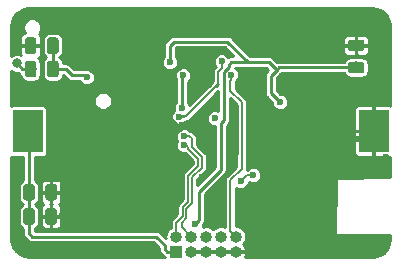
<source format=gbl>
G04 #@! TF.GenerationSoftware,KiCad,Pcbnew,5.0.2-bee76a0~70~ubuntu18.04.1*
G04 #@! TF.CreationDate,2020-01-17T08:49:31+02:00*
G04 #@! TF.ProjectId,nanoSense-Motion,4b656d65-742d-4424-9c45-2e6b69636164,rev?*
G04 #@! TF.SameCoordinates,Original*
G04 #@! TF.FileFunction,Copper,L2,Bot*
G04 #@! TF.FilePolarity,Positive*
%FSLAX46Y46*%
G04 Gerber Fmt 4.6, Leading zero omitted, Abs format (unit mm)*
G04 Created by KiCad (PCBNEW 5.0.2-bee76a0~70~ubuntu18.04.1) date Fri 17 Jan 2020 08:49:31 AM EET*
%MOMM*%
%LPD*%
G01*
G04 APERTURE LIST*
G04 #@! TA.AperFunction,ComponentPad*
%ADD10O,1.000000X1.000000*%
G04 #@! TD*
G04 #@! TA.AperFunction,ComponentPad*
%ADD11R,1.000000X1.000000*%
G04 #@! TD*
G04 #@! TA.AperFunction,SMDPad,CuDef*
%ADD12R,2.600000X3.600000*%
G04 #@! TD*
G04 #@! TA.AperFunction,Conductor*
%ADD13C,0.100000*%
G04 #@! TD*
G04 #@! TA.AperFunction,SMDPad,CuDef*
%ADD14C,0.975000*%
G04 #@! TD*
G04 #@! TA.AperFunction,ViaPad*
%ADD15C,0.600000*%
G04 #@! TD*
G04 #@! TA.AperFunction,ViaPad*
%ADD16C,0.800000*%
G04 #@! TD*
G04 #@! TA.AperFunction,Conductor*
%ADD17C,0.250000*%
G04 #@! TD*
G04 #@! TA.AperFunction,Conductor*
%ADD18C,0.160000*%
G04 #@! TD*
G04 APERTURE END LIST*
D10*
G04 #@! TO.P,J1,10*
G04 #@! TO.N,RESET*
X160040000Y-52510000D03*
G04 #@! TO.P,J1,9*
G04 #@! TO.N,GND*
X160040000Y-53780000D03*
G04 #@! TO.P,J1,8*
G04 #@! TO.N,Net-(J1-Pad8)*
X158770000Y-52510000D03*
G04 #@! TO.P,J1,7*
G04 #@! TO.N,GND*
X158770000Y-53780000D03*
G04 #@! TO.P,J1,6*
G04 #@! TO.N,Net-(J1-Pad6)*
X157500000Y-52510000D03*
G04 #@! TO.P,J1,5*
G04 #@! TO.N,GND*
X157500000Y-53780000D03*
G04 #@! TO.P,J1,4*
G04 #@! TO.N,SWCLK*
X156230000Y-52510000D03*
G04 #@! TO.P,J1,3*
G04 #@! TO.N,GND*
X156230000Y-53780000D03*
G04 #@! TO.P,J1,2*
G04 #@! TO.N,SWDIO*
X154960000Y-52510000D03*
D11*
G04 #@! TO.P,J1,1*
G04 #@! TO.N,+BATT*
X154960000Y-53780000D03*
G04 #@! TD*
D12*
G04 #@! TO.P,BT1,2*
G04 #@! TO.N,GND*
X171700000Y-43575000D03*
G04 #@! TO.P,BT1,1*
G04 #@! TO.N,+BATT*
X142400000Y-43575000D03*
G04 #@! TD*
D13*
G04 #@! TO.N,+BATT*
G04 #@! TO.C,C1*
G36*
X170700142Y-37701174D02*
X170723803Y-37704684D01*
X170747007Y-37710496D01*
X170769529Y-37718554D01*
X170791153Y-37728782D01*
X170811670Y-37741079D01*
X170830883Y-37755329D01*
X170848607Y-37771393D01*
X170864671Y-37789117D01*
X170878921Y-37808330D01*
X170891218Y-37828847D01*
X170901446Y-37850471D01*
X170909504Y-37872993D01*
X170915316Y-37896197D01*
X170918826Y-37919858D01*
X170920000Y-37943750D01*
X170920000Y-38431250D01*
X170918826Y-38455142D01*
X170915316Y-38478803D01*
X170909504Y-38502007D01*
X170901446Y-38524529D01*
X170891218Y-38546153D01*
X170878921Y-38566670D01*
X170864671Y-38585883D01*
X170848607Y-38603607D01*
X170830883Y-38619671D01*
X170811670Y-38633921D01*
X170791153Y-38646218D01*
X170769529Y-38656446D01*
X170747007Y-38664504D01*
X170723803Y-38670316D01*
X170700142Y-38673826D01*
X170676250Y-38675000D01*
X169763750Y-38675000D01*
X169739858Y-38673826D01*
X169716197Y-38670316D01*
X169692993Y-38664504D01*
X169670471Y-38656446D01*
X169648847Y-38646218D01*
X169628330Y-38633921D01*
X169609117Y-38619671D01*
X169591393Y-38603607D01*
X169575329Y-38585883D01*
X169561079Y-38566670D01*
X169548782Y-38546153D01*
X169538554Y-38524529D01*
X169530496Y-38502007D01*
X169524684Y-38478803D01*
X169521174Y-38455142D01*
X169520000Y-38431250D01*
X169520000Y-37943750D01*
X169521174Y-37919858D01*
X169524684Y-37896197D01*
X169530496Y-37872993D01*
X169538554Y-37850471D01*
X169548782Y-37828847D01*
X169561079Y-37808330D01*
X169575329Y-37789117D01*
X169591393Y-37771393D01*
X169609117Y-37755329D01*
X169628330Y-37741079D01*
X169648847Y-37728782D01*
X169670471Y-37718554D01*
X169692993Y-37710496D01*
X169716197Y-37704684D01*
X169739858Y-37701174D01*
X169763750Y-37700000D01*
X170676250Y-37700000D01*
X170700142Y-37701174D01*
X170700142Y-37701174D01*
G37*
D14*
G04 #@! TD*
G04 #@! TO.P,C1,1*
G04 #@! TO.N,+BATT*
X170220000Y-38187500D03*
D13*
G04 #@! TO.N,GND*
G04 #@! TO.C,C1*
G36*
X170700142Y-35826174D02*
X170723803Y-35829684D01*
X170747007Y-35835496D01*
X170769529Y-35843554D01*
X170791153Y-35853782D01*
X170811670Y-35866079D01*
X170830883Y-35880329D01*
X170848607Y-35896393D01*
X170864671Y-35914117D01*
X170878921Y-35933330D01*
X170891218Y-35953847D01*
X170901446Y-35975471D01*
X170909504Y-35997993D01*
X170915316Y-36021197D01*
X170918826Y-36044858D01*
X170920000Y-36068750D01*
X170920000Y-36556250D01*
X170918826Y-36580142D01*
X170915316Y-36603803D01*
X170909504Y-36627007D01*
X170901446Y-36649529D01*
X170891218Y-36671153D01*
X170878921Y-36691670D01*
X170864671Y-36710883D01*
X170848607Y-36728607D01*
X170830883Y-36744671D01*
X170811670Y-36758921D01*
X170791153Y-36771218D01*
X170769529Y-36781446D01*
X170747007Y-36789504D01*
X170723803Y-36795316D01*
X170700142Y-36798826D01*
X170676250Y-36800000D01*
X169763750Y-36800000D01*
X169739858Y-36798826D01*
X169716197Y-36795316D01*
X169692993Y-36789504D01*
X169670471Y-36781446D01*
X169648847Y-36771218D01*
X169628330Y-36758921D01*
X169609117Y-36744671D01*
X169591393Y-36728607D01*
X169575329Y-36710883D01*
X169561079Y-36691670D01*
X169548782Y-36671153D01*
X169538554Y-36649529D01*
X169530496Y-36627007D01*
X169524684Y-36603803D01*
X169521174Y-36580142D01*
X169520000Y-36556250D01*
X169520000Y-36068750D01*
X169521174Y-36044858D01*
X169524684Y-36021197D01*
X169530496Y-35997993D01*
X169538554Y-35975471D01*
X169548782Y-35953847D01*
X169561079Y-35933330D01*
X169575329Y-35914117D01*
X169591393Y-35896393D01*
X169609117Y-35880329D01*
X169628330Y-35866079D01*
X169648847Y-35853782D01*
X169670471Y-35843554D01*
X169692993Y-35835496D01*
X169716197Y-35829684D01*
X169739858Y-35826174D01*
X169763750Y-35825000D01*
X170676250Y-35825000D01*
X170700142Y-35826174D01*
X170700142Y-35826174D01*
G37*
D14*
G04 #@! TD*
G04 #@! TO.P,C1,2*
G04 #@! TO.N,GND*
X170220000Y-36312500D03*
D13*
G04 #@! TO.N,GND*
G04 #@! TO.C,C3*
G36*
X144655142Y-50101174D02*
X144678803Y-50104684D01*
X144702007Y-50110496D01*
X144724529Y-50118554D01*
X144746153Y-50128782D01*
X144766670Y-50141079D01*
X144785883Y-50155329D01*
X144803607Y-50171393D01*
X144819671Y-50189117D01*
X144833921Y-50208330D01*
X144846218Y-50228847D01*
X144856446Y-50250471D01*
X144864504Y-50272993D01*
X144870316Y-50296197D01*
X144873826Y-50319858D01*
X144875000Y-50343750D01*
X144875000Y-51256250D01*
X144873826Y-51280142D01*
X144870316Y-51303803D01*
X144864504Y-51327007D01*
X144856446Y-51349529D01*
X144846218Y-51371153D01*
X144833921Y-51391670D01*
X144819671Y-51410883D01*
X144803607Y-51428607D01*
X144785883Y-51444671D01*
X144766670Y-51458921D01*
X144746153Y-51471218D01*
X144724529Y-51481446D01*
X144702007Y-51489504D01*
X144678803Y-51495316D01*
X144655142Y-51498826D01*
X144631250Y-51500000D01*
X144143750Y-51500000D01*
X144119858Y-51498826D01*
X144096197Y-51495316D01*
X144072993Y-51489504D01*
X144050471Y-51481446D01*
X144028847Y-51471218D01*
X144008330Y-51458921D01*
X143989117Y-51444671D01*
X143971393Y-51428607D01*
X143955329Y-51410883D01*
X143941079Y-51391670D01*
X143928782Y-51371153D01*
X143918554Y-51349529D01*
X143910496Y-51327007D01*
X143904684Y-51303803D01*
X143901174Y-51280142D01*
X143900000Y-51256250D01*
X143900000Y-50343750D01*
X143901174Y-50319858D01*
X143904684Y-50296197D01*
X143910496Y-50272993D01*
X143918554Y-50250471D01*
X143928782Y-50228847D01*
X143941079Y-50208330D01*
X143955329Y-50189117D01*
X143971393Y-50171393D01*
X143989117Y-50155329D01*
X144008330Y-50141079D01*
X144028847Y-50128782D01*
X144050471Y-50118554D01*
X144072993Y-50110496D01*
X144096197Y-50104684D01*
X144119858Y-50101174D01*
X144143750Y-50100000D01*
X144631250Y-50100000D01*
X144655142Y-50101174D01*
X144655142Y-50101174D01*
G37*
D14*
G04 #@! TD*
G04 #@! TO.P,C3,2*
G04 #@! TO.N,GND*
X144387500Y-50800000D03*
D13*
G04 #@! TO.N,+BATT*
G04 #@! TO.C,C3*
G36*
X142780142Y-50101174D02*
X142803803Y-50104684D01*
X142827007Y-50110496D01*
X142849529Y-50118554D01*
X142871153Y-50128782D01*
X142891670Y-50141079D01*
X142910883Y-50155329D01*
X142928607Y-50171393D01*
X142944671Y-50189117D01*
X142958921Y-50208330D01*
X142971218Y-50228847D01*
X142981446Y-50250471D01*
X142989504Y-50272993D01*
X142995316Y-50296197D01*
X142998826Y-50319858D01*
X143000000Y-50343750D01*
X143000000Y-51256250D01*
X142998826Y-51280142D01*
X142995316Y-51303803D01*
X142989504Y-51327007D01*
X142981446Y-51349529D01*
X142971218Y-51371153D01*
X142958921Y-51391670D01*
X142944671Y-51410883D01*
X142928607Y-51428607D01*
X142910883Y-51444671D01*
X142891670Y-51458921D01*
X142871153Y-51471218D01*
X142849529Y-51481446D01*
X142827007Y-51489504D01*
X142803803Y-51495316D01*
X142780142Y-51498826D01*
X142756250Y-51500000D01*
X142268750Y-51500000D01*
X142244858Y-51498826D01*
X142221197Y-51495316D01*
X142197993Y-51489504D01*
X142175471Y-51481446D01*
X142153847Y-51471218D01*
X142133330Y-51458921D01*
X142114117Y-51444671D01*
X142096393Y-51428607D01*
X142080329Y-51410883D01*
X142066079Y-51391670D01*
X142053782Y-51371153D01*
X142043554Y-51349529D01*
X142035496Y-51327007D01*
X142029684Y-51303803D01*
X142026174Y-51280142D01*
X142025000Y-51256250D01*
X142025000Y-50343750D01*
X142026174Y-50319858D01*
X142029684Y-50296197D01*
X142035496Y-50272993D01*
X142043554Y-50250471D01*
X142053782Y-50228847D01*
X142066079Y-50208330D01*
X142080329Y-50189117D01*
X142096393Y-50171393D01*
X142114117Y-50155329D01*
X142133330Y-50141079D01*
X142153847Y-50128782D01*
X142175471Y-50118554D01*
X142197993Y-50110496D01*
X142221197Y-50104684D01*
X142244858Y-50101174D01*
X142268750Y-50100000D01*
X142756250Y-50100000D01*
X142780142Y-50101174D01*
X142780142Y-50101174D01*
G37*
D14*
G04 #@! TD*
G04 #@! TO.P,C3,1*
G04 #@! TO.N,+BATT*
X142512500Y-50800000D03*
D13*
G04 #@! TO.N,GND*
G04 #@! TO.C,C10*
G36*
X144663769Y-48050181D02*
X144687430Y-48053691D01*
X144710634Y-48059503D01*
X144733156Y-48067561D01*
X144754780Y-48077789D01*
X144775297Y-48090086D01*
X144794510Y-48104336D01*
X144812234Y-48120400D01*
X144828298Y-48138124D01*
X144842548Y-48157337D01*
X144854845Y-48177854D01*
X144865073Y-48199478D01*
X144873131Y-48222000D01*
X144878943Y-48245204D01*
X144882453Y-48268865D01*
X144883627Y-48292757D01*
X144883627Y-49205257D01*
X144882453Y-49229149D01*
X144878943Y-49252810D01*
X144873131Y-49276014D01*
X144865073Y-49298536D01*
X144854845Y-49320160D01*
X144842548Y-49340677D01*
X144828298Y-49359890D01*
X144812234Y-49377614D01*
X144794510Y-49393678D01*
X144775297Y-49407928D01*
X144754780Y-49420225D01*
X144733156Y-49430453D01*
X144710634Y-49438511D01*
X144687430Y-49444323D01*
X144663769Y-49447833D01*
X144639877Y-49449007D01*
X144152377Y-49449007D01*
X144128485Y-49447833D01*
X144104824Y-49444323D01*
X144081620Y-49438511D01*
X144059098Y-49430453D01*
X144037474Y-49420225D01*
X144016957Y-49407928D01*
X143997744Y-49393678D01*
X143980020Y-49377614D01*
X143963956Y-49359890D01*
X143949706Y-49340677D01*
X143937409Y-49320160D01*
X143927181Y-49298536D01*
X143919123Y-49276014D01*
X143913311Y-49252810D01*
X143909801Y-49229149D01*
X143908627Y-49205257D01*
X143908627Y-48292757D01*
X143909801Y-48268865D01*
X143913311Y-48245204D01*
X143919123Y-48222000D01*
X143927181Y-48199478D01*
X143937409Y-48177854D01*
X143949706Y-48157337D01*
X143963956Y-48138124D01*
X143980020Y-48120400D01*
X143997744Y-48104336D01*
X144016957Y-48090086D01*
X144037474Y-48077789D01*
X144059098Y-48067561D01*
X144081620Y-48059503D01*
X144104824Y-48053691D01*
X144128485Y-48050181D01*
X144152377Y-48049007D01*
X144639877Y-48049007D01*
X144663769Y-48050181D01*
X144663769Y-48050181D01*
G37*
D14*
G04 #@! TD*
G04 #@! TO.P,C10,2*
G04 #@! TO.N,GND*
X144396127Y-48749007D03*
D13*
G04 #@! TO.N,+BATT*
G04 #@! TO.C,C10*
G36*
X142788769Y-48050181D02*
X142812430Y-48053691D01*
X142835634Y-48059503D01*
X142858156Y-48067561D01*
X142879780Y-48077789D01*
X142900297Y-48090086D01*
X142919510Y-48104336D01*
X142937234Y-48120400D01*
X142953298Y-48138124D01*
X142967548Y-48157337D01*
X142979845Y-48177854D01*
X142990073Y-48199478D01*
X142998131Y-48222000D01*
X143003943Y-48245204D01*
X143007453Y-48268865D01*
X143008627Y-48292757D01*
X143008627Y-49205257D01*
X143007453Y-49229149D01*
X143003943Y-49252810D01*
X142998131Y-49276014D01*
X142990073Y-49298536D01*
X142979845Y-49320160D01*
X142967548Y-49340677D01*
X142953298Y-49359890D01*
X142937234Y-49377614D01*
X142919510Y-49393678D01*
X142900297Y-49407928D01*
X142879780Y-49420225D01*
X142858156Y-49430453D01*
X142835634Y-49438511D01*
X142812430Y-49444323D01*
X142788769Y-49447833D01*
X142764877Y-49449007D01*
X142277377Y-49449007D01*
X142253485Y-49447833D01*
X142229824Y-49444323D01*
X142206620Y-49438511D01*
X142184098Y-49430453D01*
X142162474Y-49420225D01*
X142141957Y-49407928D01*
X142122744Y-49393678D01*
X142105020Y-49377614D01*
X142088956Y-49359890D01*
X142074706Y-49340677D01*
X142062409Y-49320160D01*
X142052181Y-49298536D01*
X142044123Y-49276014D01*
X142038311Y-49252810D01*
X142034801Y-49229149D01*
X142033627Y-49205257D01*
X142033627Y-48292757D01*
X142034801Y-48268865D01*
X142038311Y-48245204D01*
X142044123Y-48222000D01*
X142052181Y-48199478D01*
X142062409Y-48177854D01*
X142074706Y-48157337D01*
X142088956Y-48138124D01*
X142105020Y-48120400D01*
X142122744Y-48104336D01*
X142141957Y-48090086D01*
X142162474Y-48077789D01*
X142184098Y-48067561D01*
X142206620Y-48059503D01*
X142229824Y-48053691D01*
X142253485Y-48050181D01*
X142277377Y-48049007D01*
X142764877Y-48049007D01*
X142788769Y-48050181D01*
X142788769Y-48050181D01*
G37*
D14*
G04 #@! TD*
G04 #@! TO.P,C10,1*
G04 #@! TO.N,+BATT*
X142521127Y-48749007D03*
D13*
G04 #@! TO.N,VDDA*
G04 #@! TO.C,R2*
G36*
X142929956Y-37625048D02*
X142953617Y-37628558D01*
X142976821Y-37634370D01*
X142999343Y-37642428D01*
X143020967Y-37652656D01*
X143041484Y-37664953D01*
X143060697Y-37679203D01*
X143078421Y-37695267D01*
X143094485Y-37712991D01*
X143108735Y-37732204D01*
X143121032Y-37752721D01*
X143131260Y-37774345D01*
X143139318Y-37796867D01*
X143145130Y-37820071D01*
X143148640Y-37843732D01*
X143149814Y-37867624D01*
X143149814Y-38780124D01*
X143148640Y-38804016D01*
X143145130Y-38827677D01*
X143139318Y-38850881D01*
X143131260Y-38873403D01*
X143121032Y-38895027D01*
X143108735Y-38915544D01*
X143094485Y-38934757D01*
X143078421Y-38952481D01*
X143060697Y-38968545D01*
X143041484Y-38982795D01*
X143020967Y-38995092D01*
X142999343Y-39005320D01*
X142976821Y-39013378D01*
X142953617Y-39019190D01*
X142929956Y-39022700D01*
X142906064Y-39023874D01*
X142418564Y-39023874D01*
X142394672Y-39022700D01*
X142371011Y-39019190D01*
X142347807Y-39013378D01*
X142325285Y-39005320D01*
X142303661Y-38995092D01*
X142283144Y-38982795D01*
X142263931Y-38968545D01*
X142246207Y-38952481D01*
X142230143Y-38934757D01*
X142215893Y-38915544D01*
X142203596Y-38895027D01*
X142193368Y-38873403D01*
X142185310Y-38850881D01*
X142179498Y-38827677D01*
X142175988Y-38804016D01*
X142174814Y-38780124D01*
X142174814Y-37867624D01*
X142175988Y-37843732D01*
X142179498Y-37820071D01*
X142185310Y-37796867D01*
X142193368Y-37774345D01*
X142203596Y-37752721D01*
X142215893Y-37732204D01*
X142230143Y-37712991D01*
X142246207Y-37695267D01*
X142263931Y-37679203D01*
X142283144Y-37664953D01*
X142303661Y-37652656D01*
X142325285Y-37642428D01*
X142347807Y-37634370D01*
X142371011Y-37628558D01*
X142394672Y-37625048D01*
X142418564Y-37623874D01*
X142906064Y-37623874D01*
X142929956Y-37625048D01*
X142929956Y-37625048D01*
G37*
D14*
G04 #@! TD*
G04 #@! TO.P,R2,1*
G04 #@! TO.N,VDDA*
X142662314Y-38323874D03*
D13*
G04 #@! TO.N,Net-(IC1-Pad3)*
G04 #@! TO.C,R2*
G36*
X144804956Y-37625048D02*
X144828617Y-37628558D01*
X144851821Y-37634370D01*
X144874343Y-37642428D01*
X144895967Y-37652656D01*
X144916484Y-37664953D01*
X144935697Y-37679203D01*
X144953421Y-37695267D01*
X144969485Y-37712991D01*
X144983735Y-37732204D01*
X144996032Y-37752721D01*
X145006260Y-37774345D01*
X145014318Y-37796867D01*
X145020130Y-37820071D01*
X145023640Y-37843732D01*
X145024814Y-37867624D01*
X145024814Y-38780124D01*
X145023640Y-38804016D01*
X145020130Y-38827677D01*
X145014318Y-38850881D01*
X145006260Y-38873403D01*
X144996032Y-38895027D01*
X144983735Y-38915544D01*
X144969485Y-38934757D01*
X144953421Y-38952481D01*
X144935697Y-38968545D01*
X144916484Y-38982795D01*
X144895967Y-38995092D01*
X144874343Y-39005320D01*
X144851821Y-39013378D01*
X144828617Y-39019190D01*
X144804956Y-39022700D01*
X144781064Y-39023874D01*
X144293564Y-39023874D01*
X144269672Y-39022700D01*
X144246011Y-39019190D01*
X144222807Y-39013378D01*
X144200285Y-39005320D01*
X144178661Y-38995092D01*
X144158144Y-38982795D01*
X144138931Y-38968545D01*
X144121207Y-38952481D01*
X144105143Y-38934757D01*
X144090893Y-38915544D01*
X144078596Y-38895027D01*
X144068368Y-38873403D01*
X144060310Y-38850881D01*
X144054498Y-38827677D01*
X144050988Y-38804016D01*
X144049814Y-38780124D01*
X144049814Y-37867624D01*
X144050988Y-37843732D01*
X144054498Y-37820071D01*
X144060310Y-37796867D01*
X144068368Y-37774345D01*
X144078596Y-37752721D01*
X144090893Y-37732204D01*
X144105143Y-37712991D01*
X144121207Y-37695267D01*
X144138931Y-37679203D01*
X144158144Y-37664953D01*
X144178661Y-37652656D01*
X144200285Y-37642428D01*
X144222807Y-37634370D01*
X144246011Y-37628558D01*
X144269672Y-37625048D01*
X144293564Y-37623874D01*
X144781064Y-37623874D01*
X144804956Y-37625048D01*
X144804956Y-37625048D01*
G37*
D14*
G04 #@! TD*
G04 #@! TO.P,R2,2*
G04 #@! TO.N,Net-(IC1-Pad3)*
X144537314Y-38323874D03*
D13*
G04 #@! TO.N,GND*
G04 #@! TO.C,R3*
G36*
X142930142Y-35641174D02*
X142953803Y-35644684D01*
X142977007Y-35650496D01*
X142999529Y-35658554D01*
X143021153Y-35668782D01*
X143041670Y-35681079D01*
X143060883Y-35695329D01*
X143078607Y-35711393D01*
X143094671Y-35729117D01*
X143108921Y-35748330D01*
X143121218Y-35768847D01*
X143131446Y-35790471D01*
X143139504Y-35812993D01*
X143145316Y-35836197D01*
X143148826Y-35859858D01*
X143150000Y-35883750D01*
X143150000Y-36796250D01*
X143148826Y-36820142D01*
X143145316Y-36843803D01*
X143139504Y-36867007D01*
X143131446Y-36889529D01*
X143121218Y-36911153D01*
X143108921Y-36931670D01*
X143094671Y-36950883D01*
X143078607Y-36968607D01*
X143060883Y-36984671D01*
X143041670Y-36998921D01*
X143021153Y-37011218D01*
X142999529Y-37021446D01*
X142977007Y-37029504D01*
X142953803Y-37035316D01*
X142930142Y-37038826D01*
X142906250Y-37040000D01*
X142418750Y-37040000D01*
X142394858Y-37038826D01*
X142371197Y-37035316D01*
X142347993Y-37029504D01*
X142325471Y-37021446D01*
X142303847Y-37011218D01*
X142283330Y-36998921D01*
X142264117Y-36984671D01*
X142246393Y-36968607D01*
X142230329Y-36950883D01*
X142216079Y-36931670D01*
X142203782Y-36911153D01*
X142193554Y-36889529D01*
X142185496Y-36867007D01*
X142179684Y-36843803D01*
X142176174Y-36820142D01*
X142175000Y-36796250D01*
X142175000Y-35883750D01*
X142176174Y-35859858D01*
X142179684Y-35836197D01*
X142185496Y-35812993D01*
X142193554Y-35790471D01*
X142203782Y-35768847D01*
X142216079Y-35748330D01*
X142230329Y-35729117D01*
X142246393Y-35711393D01*
X142264117Y-35695329D01*
X142283330Y-35681079D01*
X142303847Y-35668782D01*
X142325471Y-35658554D01*
X142347993Y-35650496D01*
X142371197Y-35644684D01*
X142394858Y-35641174D01*
X142418750Y-35640000D01*
X142906250Y-35640000D01*
X142930142Y-35641174D01*
X142930142Y-35641174D01*
G37*
D14*
G04 #@! TD*
G04 #@! TO.P,R3,2*
G04 #@! TO.N,GND*
X142662500Y-36340000D03*
D13*
G04 #@! TO.N,Net-(IC1-Pad3)*
G04 #@! TO.C,R3*
G36*
X144805142Y-35641174D02*
X144828803Y-35644684D01*
X144852007Y-35650496D01*
X144874529Y-35658554D01*
X144896153Y-35668782D01*
X144916670Y-35681079D01*
X144935883Y-35695329D01*
X144953607Y-35711393D01*
X144969671Y-35729117D01*
X144983921Y-35748330D01*
X144996218Y-35768847D01*
X145006446Y-35790471D01*
X145014504Y-35812993D01*
X145020316Y-35836197D01*
X145023826Y-35859858D01*
X145025000Y-35883750D01*
X145025000Y-36796250D01*
X145023826Y-36820142D01*
X145020316Y-36843803D01*
X145014504Y-36867007D01*
X145006446Y-36889529D01*
X144996218Y-36911153D01*
X144983921Y-36931670D01*
X144969671Y-36950883D01*
X144953607Y-36968607D01*
X144935883Y-36984671D01*
X144916670Y-36998921D01*
X144896153Y-37011218D01*
X144874529Y-37021446D01*
X144852007Y-37029504D01*
X144828803Y-37035316D01*
X144805142Y-37038826D01*
X144781250Y-37040000D01*
X144293750Y-37040000D01*
X144269858Y-37038826D01*
X144246197Y-37035316D01*
X144222993Y-37029504D01*
X144200471Y-37021446D01*
X144178847Y-37011218D01*
X144158330Y-36998921D01*
X144139117Y-36984671D01*
X144121393Y-36968607D01*
X144105329Y-36950883D01*
X144091079Y-36931670D01*
X144078782Y-36911153D01*
X144068554Y-36889529D01*
X144060496Y-36867007D01*
X144054684Y-36843803D01*
X144051174Y-36820142D01*
X144050000Y-36796250D01*
X144050000Y-35883750D01*
X144051174Y-35859858D01*
X144054684Y-35836197D01*
X144060496Y-35812993D01*
X144068554Y-35790471D01*
X144078782Y-35768847D01*
X144091079Y-35748330D01*
X144105329Y-35729117D01*
X144121393Y-35711393D01*
X144139117Y-35695329D01*
X144158330Y-35681079D01*
X144178847Y-35668782D01*
X144200471Y-35658554D01*
X144222993Y-35650496D01*
X144246197Y-35644684D01*
X144269858Y-35641174D01*
X144293750Y-35640000D01*
X144781250Y-35640000D01*
X144805142Y-35641174D01*
X144805142Y-35641174D01*
G37*
D14*
G04 #@! TD*
G04 #@! TO.P,R3,1*
G04 #@! TO.N,Net-(IC1-Pad3)*
X144537500Y-36340000D03*
D15*
G04 #@! TO.N,GND*
X145330000Y-50780000D03*
X172500000Y-42500000D03*
X172500000Y-44250000D03*
X171750000Y-45000000D03*
X170500000Y-44250000D03*
X144830000Y-34980000D03*
X158558000Y-48726000D03*
X155790000Y-46230000D03*
X161700000Y-48342500D03*
X151910000Y-41200000D03*
X155490000Y-43090000D03*
X149950000Y-42920000D03*
X151690000Y-45970000D03*
X162820000Y-46640000D03*
X163040000Y-50400000D03*
X167500000Y-47000000D03*
X170500000Y-47000000D03*
X169000000Y-47000000D03*
X168000000Y-48000000D03*
X168000000Y-49500000D03*
X168000000Y-51000000D03*
X168000000Y-52500000D03*
X166500000Y-50500000D03*
X165000000Y-50500000D03*
X169000000Y-44250000D03*
X167500000Y-44250000D03*
X166000000Y-44250000D03*
X164500000Y-44250000D03*
X172740000Y-45750000D03*
X165250000Y-43250000D03*
X166250000Y-42250000D03*
X166350000Y-41000000D03*
X167250000Y-40250000D03*
X167750000Y-39000000D03*
X167750000Y-37500000D03*
X167500000Y-36250000D03*
X167000000Y-35000000D03*
X165500000Y-34750000D03*
X164000000Y-34750000D03*
X172500000Y-41000000D03*
X172500000Y-39500000D03*
X172500000Y-38000000D03*
X172500000Y-36500000D03*
X172500000Y-35000000D03*
X171650000Y-34070000D03*
X170250000Y-33750000D03*
X168500000Y-33750000D03*
X166750000Y-33750000D03*
X172000000Y-53500000D03*
X170500000Y-53750000D03*
X169000000Y-53750000D03*
X167500000Y-53750000D03*
X166000000Y-53750000D03*
X164500000Y-53750000D03*
X169750000Y-52750000D03*
X171250000Y-52750000D03*
X163040000Y-53750000D03*
X161500000Y-53780000D03*
X161500000Y-52250000D03*
X162500000Y-51500000D03*
X152750000Y-53750000D03*
X143750000Y-40500000D03*
X144750000Y-41750000D03*
X144650000Y-43500000D03*
X141400000Y-39200000D03*
X141400000Y-40600000D03*
X146400000Y-41800000D03*
X146670000Y-43380000D03*
X148100000Y-43340000D03*
X148430000Y-41990000D03*
X144220000Y-45200000D03*
X144130000Y-47040000D03*
X145370000Y-48790000D03*
X146800000Y-49000000D03*
X148200000Y-50200000D03*
X150510000Y-48860000D03*
X151480000Y-42620000D03*
X148430000Y-45920000D03*
X150250000Y-39750000D03*
X150250000Y-37500000D03*
X150250000Y-35250000D03*
X155470000Y-49090000D03*
X150510000Y-50270000D03*
X141520000Y-46370000D03*
X141360000Y-48850000D03*
X141350000Y-51770000D03*
X165000000Y-33750000D03*
X163250000Y-33750000D03*
X161460000Y-33640000D03*
X159710000Y-33520000D03*
X158000000Y-33500000D03*
X156140000Y-33450000D03*
X154000000Y-33630000D03*
X151990000Y-33780000D03*
X147050000Y-51410000D03*
X150020000Y-53830000D03*
X147200000Y-53830000D03*
X144590000Y-53830000D03*
X142250000Y-53500000D03*
X153750000Y-45250000D03*
X147520000Y-34910000D03*
X164070000Y-40180000D03*
X157210000Y-47480000D03*
X158440000Y-51330000D03*
G04 #@! TO.N,+BATT*
X156600000Y-51440000D03*
X154450000Y-37750000D03*
X163780000Y-41130000D03*
D16*
G04 #@! TO.N,VDDA*
X141478000Y-37846000D03*
D15*
G04 #@! TO.N,Net-(IC1-Pad3)*
X147413000Y-39025000D03*
G04 #@! TO.N,AnalogPowerEnable*
X155570000Y-38847500D03*
X155484873Y-41615000D03*
G04 #@! TO.N,Net-(IC2-Pad49)*
X158250000Y-42500000D03*
G04 #@! TO.N,Net-(IC2-Pad45)*
X160433928Y-47817290D03*
X161520000Y-47300000D03*
G04 #@! TO.N,Net-(IC2-Pad27)*
X158840000Y-37660000D03*
X155250201Y-42349417D03*
G04 #@! TO.N,RESET*
X159620000Y-38810000D03*
G04 #@! TO.N,SWCLK*
X155660000Y-44010000D03*
G04 #@! TO.N,SWDIO*
X155654186Y-44775475D03*
G04 #@! TD*
D17*
G04 #@! TO.N,+BATT*
X156899999Y-51140001D02*
X156899999Y-49980001D01*
X156600000Y-51440000D02*
X156899999Y-51140001D01*
X170220000Y-38187500D02*
X163682500Y-38187500D01*
X163480000Y-38390000D02*
X162800000Y-37710000D01*
X163682500Y-38187500D02*
X163480000Y-38390000D01*
X154450000Y-37750000D02*
X154450000Y-36330000D01*
X154450000Y-36330000D02*
X154790000Y-35990000D01*
X142522500Y-43697500D02*
X142400000Y-43575000D01*
X142522500Y-52230000D02*
X142522500Y-43697500D01*
X154960000Y-53780000D02*
X154210000Y-53780000D01*
X154210000Y-53780000D02*
X154000000Y-53570000D01*
X154000000Y-53570000D02*
X154000000Y-53250000D01*
X142792500Y-52500000D02*
X142522500Y-52230000D01*
X154000000Y-53250000D02*
X153250000Y-52500000D01*
X153250000Y-52500000D02*
X142792500Y-52500000D01*
X156430000Y-35990000D02*
X159320000Y-35990000D01*
X162800000Y-37710000D02*
X161040000Y-37710000D01*
X156430000Y-35990000D02*
X156720000Y-35990000D01*
X159320000Y-35990000D02*
X161040000Y-37710000D01*
X154790000Y-35990000D02*
X156430000Y-35990000D01*
X162980000Y-40330000D02*
X163780000Y-41130000D01*
X162980000Y-38890000D02*
X162980000Y-40330000D01*
X163480000Y-38390000D02*
X162980000Y-38890000D01*
X156899999Y-48710001D02*
X156899999Y-51140001D01*
X158760000Y-42910000D02*
X158760000Y-46850000D01*
X161040000Y-37710000D02*
X159655802Y-37710000D01*
X159425001Y-38166201D02*
X159034307Y-38556895D01*
X159655802Y-37710000D02*
X159425001Y-37940801D01*
X159034307Y-42635693D02*
X158760000Y-42910000D01*
X158760000Y-46850000D02*
X156899999Y-48710001D01*
X159425001Y-37940801D02*
X159425001Y-38166201D01*
X159034307Y-38556895D02*
X159034307Y-42635693D01*
G04 #@! TO.N,VDDA*
X142662314Y-38323874D02*
X141955874Y-38323874D01*
X141955874Y-38323874D02*
X141478000Y-37846000D01*
G04 #@! TO.N,Net-(IC1-Pad3)*
X144537500Y-38323688D02*
X144537314Y-38323874D01*
X144537500Y-36340000D02*
X144537500Y-38323688D01*
X147213000Y-38825000D02*
X147413000Y-39025000D01*
X146145000Y-38825000D02*
X147213000Y-38825000D01*
X145643874Y-38323874D02*
X146145000Y-38825000D01*
X144537314Y-38323874D02*
X145643874Y-38323874D01*
G04 #@! TO.N,AnalogPowerEnable*
X155484873Y-38932627D02*
X155570000Y-38847500D01*
X155484873Y-41615000D02*
X155484873Y-38932627D01*
D18*
G04 #@! TO.N,Net-(IC2-Pad45)*
X160941218Y-47310000D02*
X160433928Y-47817290D01*
X161530000Y-47310000D02*
X160941218Y-47310000D01*
D17*
G04 #@! TO.N,Net-(IC2-Pad27)*
X158540001Y-39545326D02*
X158365327Y-39720000D01*
D18*
X158540001Y-38534999D02*
X158540001Y-39545326D01*
X158449803Y-39635524D02*
X158365327Y-39720000D01*
X158840000Y-38235000D02*
X158540001Y-38534999D01*
X158365327Y-39720000D02*
X155781974Y-42303353D01*
X158840000Y-38235000D02*
X158840000Y-37660000D01*
X155710000Y-42313882D02*
X155710000Y-42303353D01*
X155674465Y-42349417D02*
X155710000Y-42313882D01*
X155781974Y-42303353D02*
X155710000Y-42303353D01*
X155250201Y-42349417D02*
X155674465Y-42349417D01*
X155710000Y-42303353D02*
X155357710Y-42303353D01*
G04 #@! TO.N,RESET*
X159559308Y-40159308D02*
X160550000Y-41150000D01*
X160550000Y-41150000D02*
X160550000Y-45650000D01*
X160550000Y-45650000D02*
X160525000Y-45675000D01*
X159559308Y-47740692D02*
X160525000Y-46775000D01*
X160040000Y-52510000D02*
X159559308Y-52029308D01*
X159559308Y-52029308D02*
X159559308Y-47740692D01*
X160525000Y-45675000D02*
X160525000Y-46775000D01*
X159559308Y-39270000D02*
X159559308Y-40159308D01*
X159620000Y-39234264D02*
X159620000Y-38810000D01*
X159584264Y-39270000D02*
X159620000Y-39234264D01*
X159559308Y-39270000D02*
X159584264Y-39270000D01*
G04 #@! TO.N,SWCLK*
X156183613Y-44109349D02*
X156084264Y-44010000D01*
X157145010Y-46657552D02*
X157145009Y-45792869D01*
X155438781Y-51718781D02*
X155438781Y-51313781D01*
X155438781Y-51313781D02*
X155845009Y-50907553D01*
X156330011Y-49672551D02*
X156330011Y-47472551D01*
X156084264Y-44010000D02*
X155660000Y-44010000D01*
X156330011Y-47472551D02*
X157145010Y-46657552D01*
X156230000Y-52510000D02*
X155438781Y-51718781D01*
X155845009Y-50907553D02*
X155845010Y-50157552D01*
X155845010Y-50157552D02*
X156330011Y-49672551D01*
X156183613Y-44109349D02*
X156209349Y-44109349D01*
X156302140Y-44202140D02*
X156302140Y-44950000D01*
X156209349Y-44109349D02*
X156302140Y-44202140D01*
X157145009Y-45792869D02*
X156302140Y-44950000D01*
G04 #@! TO.N,SWDIO*
X156825000Y-45925422D02*
X156825000Y-46525000D01*
X156010001Y-47339999D02*
X156010001Y-49539999D01*
X156825000Y-46525000D02*
X156010001Y-47339999D01*
X156010001Y-49539999D02*
X155525000Y-50025000D01*
X155525000Y-50025000D02*
X155525000Y-50775000D01*
X154960000Y-51340000D02*
X154960000Y-52510000D01*
X155525000Y-50775000D02*
X154960000Y-51340000D01*
X155982130Y-45082552D02*
X156825000Y-45925422D01*
X155982130Y-44952130D02*
X155982130Y-45082552D01*
X155740000Y-44710000D02*
X155982130Y-44952130D01*
G04 #@! TD*
D17*
G04 #@! TO.N,GND*
G36*
X141100000Y-45757346D02*
X142022501Y-45757346D01*
X142022501Y-47724529D01*
X141834660Y-47850040D01*
X141698940Y-48053160D01*
X141651281Y-48292757D01*
X141651281Y-49205257D01*
X141698940Y-49444854D01*
X141834660Y-49647974D01*
X142019712Y-49771621D01*
X141826033Y-49901033D01*
X141690313Y-50104153D01*
X141642654Y-50343750D01*
X141642654Y-51256250D01*
X141690313Y-51495847D01*
X141826033Y-51698967D01*
X142022500Y-51830242D01*
X142022500Y-52180759D01*
X142012705Y-52230000D01*
X142022500Y-52279241D01*
X142022500Y-52279242D01*
X142051511Y-52425089D01*
X142162020Y-52590480D01*
X142203771Y-52618377D01*
X142404123Y-52818729D01*
X142432020Y-52860480D01*
X142597410Y-52970989D01*
X142707418Y-52992871D01*
X142792500Y-53009795D01*
X142841743Y-53000000D01*
X153042894Y-53000000D01*
X153500000Y-53457107D01*
X153500000Y-53520759D01*
X153490205Y-53570000D01*
X153500000Y-53619241D01*
X153500000Y-53619242D01*
X153529011Y-53765089D01*
X153639520Y-53930480D01*
X153681271Y-53958377D01*
X153821623Y-54098729D01*
X153849520Y-54140480D01*
X153997159Y-54239128D01*
X154013430Y-54250000D01*
X142582058Y-54250000D01*
X142116254Y-54183292D01*
X141717380Y-54001935D01*
X141385435Y-53715912D01*
X141147114Y-53348228D01*
X141017108Y-52913520D01*
X141000000Y-52683298D01*
X141000000Y-45737455D01*
X141100000Y-45757346D01*
X141100000Y-45757346D01*
G37*
X141100000Y-45757346D02*
X142022501Y-45757346D01*
X142022501Y-47724529D01*
X141834660Y-47850040D01*
X141698940Y-48053160D01*
X141651281Y-48292757D01*
X141651281Y-49205257D01*
X141698940Y-49444854D01*
X141834660Y-49647974D01*
X142019712Y-49771621D01*
X141826033Y-49901033D01*
X141690313Y-50104153D01*
X141642654Y-50343750D01*
X141642654Y-51256250D01*
X141690313Y-51495847D01*
X141826033Y-51698967D01*
X142022500Y-51830242D01*
X142022500Y-52180759D01*
X142012705Y-52230000D01*
X142022500Y-52279241D01*
X142022500Y-52279242D01*
X142051511Y-52425089D01*
X142162020Y-52590480D01*
X142203771Y-52618377D01*
X142404123Y-52818729D01*
X142432020Y-52860480D01*
X142597410Y-52970989D01*
X142707418Y-52992871D01*
X142792500Y-53009795D01*
X142841743Y-53000000D01*
X153042894Y-53000000D01*
X153500000Y-53457107D01*
X153500000Y-53520759D01*
X153490205Y-53570000D01*
X153500000Y-53619241D01*
X153500000Y-53619242D01*
X153529011Y-53765089D01*
X153639520Y-53930480D01*
X153681271Y-53958377D01*
X153821623Y-54098729D01*
X153849520Y-54140480D01*
X153997159Y-54239128D01*
X154013430Y-54250000D01*
X142582058Y-54250000D01*
X142116254Y-54183292D01*
X141717380Y-54001935D01*
X141385435Y-53715912D01*
X141147114Y-53348228D01*
X141017108Y-52913520D01*
X141000000Y-52683298D01*
X141000000Y-45737455D01*
X141100000Y-45757346D01*
G36*
X171983745Y-33216708D02*
X172382621Y-33398066D01*
X172714564Y-33684087D01*
X172952887Y-34051776D01*
X173082892Y-34486480D01*
X173100000Y-34716702D01*
X173100000Y-41410524D01*
X173074592Y-41400000D01*
X171818750Y-41400000D01*
X171725000Y-41493750D01*
X171725000Y-43550000D01*
X171745000Y-43550000D01*
X171745000Y-43600000D01*
X171725000Y-43600000D01*
X171725000Y-45656250D01*
X171818750Y-45750000D01*
X173074592Y-45750000D01*
X173100001Y-45739475D01*
X173100001Y-47487518D01*
X168629232Y-47515002D01*
X168583166Y-47524105D01*
X168542380Y-47550850D01*
X168514934Y-47591167D01*
X168505005Y-47638918D01*
X168465005Y-52258918D01*
X168474711Y-52308305D01*
X168501972Y-52348748D01*
X168542635Y-52375679D01*
X168590509Y-52384999D01*
X173100001Y-52366630D01*
X173100001Y-52667935D01*
X173033292Y-53133746D01*
X172851935Y-53532620D01*
X172565912Y-53864565D01*
X172198228Y-54102886D01*
X171763520Y-54232892D01*
X171533298Y-54250000D01*
X160776037Y-54250000D01*
X160899967Y-53941517D01*
X160820896Y-53805000D01*
X160065000Y-53805000D01*
X160065000Y-53825000D01*
X160015000Y-53825000D01*
X160015000Y-53805000D01*
X158795000Y-53805000D01*
X158795000Y-53825000D01*
X158745000Y-53825000D01*
X158745000Y-53805000D01*
X157525000Y-53805000D01*
X157525000Y-53825000D01*
X157475000Y-53825000D01*
X157475000Y-53805000D01*
X156255000Y-53805000D01*
X156255000Y-53825000D01*
X156205000Y-53825000D01*
X156205000Y-53805000D01*
X156185000Y-53805000D01*
X156185000Y-53755000D01*
X156205000Y-53755000D01*
X156205000Y-53735000D01*
X156255000Y-53735000D01*
X156255000Y-53755000D01*
X157475000Y-53755000D01*
X157475000Y-53735000D01*
X157525000Y-53735000D01*
X157525000Y-53755000D01*
X158745000Y-53755000D01*
X158745000Y-53735000D01*
X158795000Y-53735000D01*
X158795000Y-53755000D01*
X160015000Y-53755000D01*
X160015000Y-53735000D01*
X160065000Y-53735000D01*
X160065000Y-53755000D01*
X160820896Y-53755000D01*
X160899967Y-53618483D01*
X160772696Y-53301683D01*
X160637236Y-53163294D01*
X160670840Y-53140840D01*
X160864232Y-52851408D01*
X160932142Y-52510000D01*
X160864232Y-52168592D01*
X160670840Y-51879160D01*
X160381408Y-51685768D01*
X160126179Y-51635000D01*
X160014308Y-51635000D01*
X160014308Y-48352264D01*
X160051571Y-48389527D01*
X160299662Y-48492290D01*
X160568194Y-48492290D01*
X160816285Y-48389527D01*
X161006165Y-48199647D01*
X161108928Y-47951556D01*
X161108928Y-47843522D01*
X161137643Y-47872237D01*
X161385734Y-47975000D01*
X161654266Y-47975000D01*
X161902357Y-47872237D01*
X162092237Y-47682357D01*
X162195000Y-47434266D01*
X162195000Y-47165734D01*
X162092237Y-46917643D01*
X161902357Y-46727763D01*
X161654266Y-46625000D01*
X161385734Y-46625000D01*
X161137643Y-46727763D01*
X161010406Y-46855000D01*
X160986021Y-46855000D01*
X160973496Y-46852509D01*
X160980000Y-46819809D01*
X160988913Y-46775000D01*
X160980000Y-46730191D01*
X160980000Y-45820494D01*
X161005000Y-45694809D01*
X161005000Y-45694805D01*
X161013912Y-45650001D01*
X161005000Y-45605197D01*
X161005000Y-43693750D01*
X170025000Y-43693750D01*
X170025000Y-45449592D01*
X170082090Y-45587421D01*
X170187580Y-45692910D01*
X170325408Y-45750000D01*
X171581250Y-45750000D01*
X171675000Y-45656250D01*
X171675000Y-43600000D01*
X170118750Y-43600000D01*
X170025000Y-43693750D01*
X161005000Y-43693750D01*
X161005000Y-41194804D01*
X161013912Y-41149999D01*
X161005000Y-41105192D01*
X161005000Y-41105191D01*
X160978600Y-40972468D01*
X160878036Y-40821964D01*
X160840049Y-40796582D01*
X160014308Y-39970842D01*
X160014308Y-39463117D01*
X160048600Y-39411796D01*
X160067422Y-39317172D01*
X160192237Y-39192357D01*
X160295000Y-38944266D01*
X160295000Y-38675734D01*
X160192237Y-38427643D01*
X160002357Y-38237763D01*
X159935331Y-38210000D01*
X160990758Y-38210000D01*
X161039999Y-38219795D01*
X161089240Y-38210000D01*
X162592894Y-38210000D01*
X162772894Y-38390000D01*
X162661270Y-38501624D01*
X162619520Y-38529520D01*
X162509011Y-38694911D01*
X162482158Y-38829910D01*
X162470205Y-38890000D01*
X162480000Y-38939242D01*
X162480001Y-40280754D01*
X162470205Y-40330000D01*
X162493947Y-40449356D01*
X162509012Y-40525090D01*
X162619521Y-40690480D01*
X162661268Y-40718374D01*
X163105000Y-41162107D01*
X163105000Y-41264266D01*
X163207763Y-41512357D01*
X163397643Y-41702237D01*
X163645734Y-41805000D01*
X163914266Y-41805000D01*
X164162357Y-41702237D01*
X164164186Y-41700408D01*
X170025000Y-41700408D01*
X170025000Y-43456250D01*
X170118750Y-43550000D01*
X171675000Y-43550000D01*
X171675000Y-41493750D01*
X171581250Y-41400000D01*
X170325408Y-41400000D01*
X170187580Y-41457090D01*
X170082090Y-41562579D01*
X170025000Y-41700408D01*
X164164186Y-41700408D01*
X164352237Y-41512357D01*
X164455000Y-41264266D01*
X164455000Y-40995734D01*
X164352237Y-40747643D01*
X164162357Y-40557763D01*
X163914266Y-40455000D01*
X163812107Y-40455000D01*
X163480000Y-40122894D01*
X163480000Y-39097106D01*
X163798737Y-38778370D01*
X163840479Y-38750479D01*
X163868370Y-38708737D01*
X163868373Y-38708734D01*
X163868375Y-38708731D01*
X163889606Y-38687500D01*
X169196440Y-38687500D01*
X169321033Y-38873967D01*
X169524153Y-39009687D01*
X169763750Y-39057346D01*
X170676250Y-39057346D01*
X170915847Y-39009687D01*
X171118967Y-38873967D01*
X171254687Y-38670847D01*
X171302346Y-38431250D01*
X171302346Y-37943750D01*
X171254687Y-37704153D01*
X171118967Y-37501033D01*
X170915847Y-37365313D01*
X170676250Y-37317654D01*
X169763750Y-37317654D01*
X169524153Y-37365313D01*
X169321033Y-37501033D01*
X169196440Y-37687500D01*
X163731740Y-37687500D01*
X163682499Y-37677705D01*
X163633258Y-37687500D01*
X163633257Y-37687500D01*
X163509269Y-37712163D01*
X163188376Y-37391270D01*
X163160480Y-37349520D01*
X162995090Y-37239011D01*
X162849243Y-37210000D01*
X162849241Y-37210000D01*
X162800000Y-37200205D01*
X162750759Y-37210000D01*
X161247107Y-37210000D01*
X160468357Y-36431250D01*
X169145000Y-36431250D01*
X169145000Y-36874592D01*
X169202090Y-37012420D01*
X169307579Y-37117910D01*
X169445408Y-37175000D01*
X170101250Y-37175000D01*
X170195000Y-37081250D01*
X170195000Y-36337500D01*
X170245000Y-36337500D01*
X170245000Y-37081250D01*
X170338750Y-37175000D01*
X170994592Y-37175000D01*
X171132421Y-37117910D01*
X171237910Y-37012420D01*
X171295000Y-36874592D01*
X171295000Y-36431250D01*
X171201250Y-36337500D01*
X170245000Y-36337500D01*
X170195000Y-36337500D01*
X169238750Y-36337500D01*
X169145000Y-36431250D01*
X160468357Y-36431250D01*
X159787515Y-35750408D01*
X169145000Y-35750408D01*
X169145000Y-36193750D01*
X169238750Y-36287500D01*
X170195000Y-36287500D01*
X170195000Y-35543750D01*
X170245000Y-35543750D01*
X170245000Y-36287500D01*
X171201250Y-36287500D01*
X171295000Y-36193750D01*
X171295000Y-35750408D01*
X171237910Y-35612580D01*
X171132421Y-35507090D01*
X170994592Y-35450000D01*
X170338750Y-35450000D01*
X170245000Y-35543750D01*
X170195000Y-35543750D01*
X170101250Y-35450000D01*
X169445408Y-35450000D01*
X169307579Y-35507090D01*
X169202090Y-35612580D01*
X169145000Y-35750408D01*
X159787515Y-35750408D01*
X159708376Y-35671270D01*
X159680480Y-35629520D01*
X159515090Y-35519011D01*
X159369243Y-35490000D01*
X159369241Y-35490000D01*
X159320000Y-35480205D01*
X159270759Y-35490000D01*
X154839243Y-35490000D01*
X154790000Y-35480205D01*
X154740757Y-35490000D01*
X154594910Y-35519011D01*
X154429520Y-35629520D01*
X154401625Y-35671268D01*
X154131268Y-35941626D01*
X154089521Y-35969520D01*
X154061627Y-36011267D01*
X153979012Y-36134910D01*
X153940205Y-36330000D01*
X153950001Y-36379246D01*
X153950000Y-37295406D01*
X153877763Y-37367643D01*
X153775000Y-37615734D01*
X153775000Y-37884266D01*
X153877763Y-38132357D01*
X154067643Y-38322237D01*
X154315734Y-38425000D01*
X154584266Y-38425000D01*
X154832357Y-38322237D01*
X155022237Y-38132357D01*
X155125000Y-37884266D01*
X155125000Y-37615734D01*
X155022237Y-37367643D01*
X154950000Y-37295406D01*
X154950000Y-36537106D01*
X154997107Y-36490000D01*
X159112894Y-36490000D01*
X159832893Y-37210000D01*
X159705045Y-37210000D01*
X159655802Y-37200205D01*
X159606559Y-37210000D01*
X159460712Y-37239011D01*
X159408495Y-37273901D01*
X159222357Y-37087763D01*
X158974266Y-36985000D01*
X158705734Y-36985000D01*
X158457643Y-37087763D01*
X158267763Y-37277643D01*
X158165000Y-37525734D01*
X158165000Y-37794266D01*
X158267763Y-38042357D01*
X158328470Y-38103064D01*
X158249955Y-38181579D01*
X158211965Y-38206963D01*
X158111401Y-38357468D01*
X158085001Y-38490191D01*
X158085001Y-38490194D01*
X158076089Y-38534999D01*
X158085001Y-38579804D01*
X158085002Y-39293219D01*
X157976954Y-39401267D01*
X157894339Y-39524910D01*
X157888724Y-39553136D01*
X156101661Y-41340199D01*
X156057110Y-41232643D01*
X155984873Y-41160406D01*
X155984873Y-39387221D01*
X156142237Y-39229857D01*
X156245000Y-38981766D01*
X156245000Y-38713234D01*
X156142237Y-38465143D01*
X155952357Y-38275263D01*
X155704266Y-38172500D01*
X155435734Y-38172500D01*
X155187643Y-38275263D01*
X154997763Y-38465143D01*
X154895000Y-38713234D01*
X154895000Y-38981766D01*
X154984874Y-39198740D01*
X154984873Y-41160406D01*
X154912636Y-41232643D01*
X154809873Y-41480734D01*
X154809873Y-41749266D01*
X154835028Y-41809996D01*
X154677964Y-41967060D01*
X154575201Y-42215151D01*
X154575201Y-42483683D01*
X154677964Y-42731774D01*
X154867844Y-42921654D01*
X155115935Y-43024417D01*
X155384467Y-43024417D01*
X155632558Y-42921654D01*
X155757373Y-42796839D01*
X155851997Y-42778017D01*
X155904588Y-42742877D01*
X155959506Y-42731953D01*
X156110010Y-42631389D01*
X156135395Y-42593398D01*
X158532191Y-40196603D01*
X158534307Y-40196182D01*
X158534308Y-41887150D01*
X158384266Y-41825000D01*
X158115734Y-41825000D01*
X157867643Y-41927763D01*
X157677763Y-42117643D01*
X157575000Y-42365734D01*
X157575000Y-42634266D01*
X157677763Y-42882357D01*
X157867643Y-43072237D01*
X158115734Y-43175000D01*
X158260000Y-43175000D01*
X158260001Y-46642892D01*
X156785011Y-48117883D01*
X156785011Y-47661017D01*
X157435061Y-47010968D01*
X157473046Y-46985587D01*
X157518445Y-46917643D01*
X157573610Y-46835084D01*
X157608923Y-46657552D01*
X157600010Y-46612742D01*
X157600008Y-45837682D01*
X157608922Y-45792869D01*
X157573609Y-45615337D01*
X157498427Y-45502820D01*
X157498425Y-45502818D01*
X157473044Y-45464833D01*
X157435059Y-45439452D01*
X156757140Y-44761534D01*
X156757140Y-44246943D01*
X156766052Y-44202139D01*
X156757140Y-44157335D01*
X156757140Y-44157331D01*
X156730740Y-44024608D01*
X156630176Y-43874104D01*
X156592188Y-43848721D01*
X156562769Y-43819302D01*
X156537385Y-43781313D01*
X156431336Y-43710453D01*
X156412300Y-43681964D01*
X156261796Y-43581400D01*
X156167172Y-43562578D01*
X156042357Y-43437763D01*
X155794266Y-43335000D01*
X155525734Y-43335000D01*
X155277643Y-43437763D01*
X155087763Y-43627643D01*
X154985000Y-43875734D01*
X154985000Y-44144266D01*
X155086283Y-44388784D01*
X155081949Y-44393118D01*
X154979186Y-44641209D01*
X154979186Y-44909741D01*
X155081949Y-45157832D01*
X155271829Y-45347712D01*
X155519920Y-45450475D01*
X155706587Y-45450475D01*
X156370000Y-46113889D01*
X156370001Y-46336533D01*
X155719955Y-46986578D01*
X155681965Y-47011963D01*
X155581401Y-47162468D01*
X155555001Y-47295191D01*
X155555001Y-47295194D01*
X155546089Y-47339999D01*
X155555001Y-47384804D01*
X155555002Y-49351531D01*
X155234954Y-49671580D01*
X155196964Y-49696964D01*
X155096400Y-49847469D01*
X155070000Y-49980192D01*
X155070000Y-49980195D01*
X155061088Y-50025000D01*
X155070000Y-50069806D01*
X155070001Y-50586533D01*
X154669954Y-50986580D01*
X154631964Y-51011964D01*
X154531400Y-51162469D01*
X154505000Y-51295192D01*
X154505000Y-51295195D01*
X154496088Y-51340000D01*
X154505000Y-51384805D01*
X154505000Y-51761667D01*
X154329160Y-51879160D01*
X154135768Y-52168592D01*
X154067858Y-52510000D01*
X154092875Y-52635768D01*
X153638376Y-52181270D01*
X153610480Y-52139520D01*
X153445090Y-52029011D01*
X153299243Y-52000000D01*
X153299241Y-52000000D01*
X153250000Y-51990205D01*
X153200759Y-52000000D01*
X143022500Y-52000000D01*
X143022500Y-51816878D01*
X143198967Y-51698967D01*
X143334687Y-51495847D01*
X143382346Y-51256250D01*
X143382346Y-50918750D01*
X143525000Y-50918750D01*
X143525000Y-51574592D01*
X143582090Y-51712421D01*
X143687580Y-51817910D01*
X143825408Y-51875000D01*
X144268750Y-51875000D01*
X144362500Y-51781250D01*
X144362500Y-50825000D01*
X144412500Y-50825000D01*
X144412500Y-51781250D01*
X144506250Y-51875000D01*
X144949592Y-51875000D01*
X145087420Y-51817910D01*
X145192910Y-51712421D01*
X145250000Y-51574592D01*
X145250000Y-50918750D01*
X145156250Y-50825000D01*
X144412500Y-50825000D01*
X144362500Y-50825000D01*
X143618750Y-50825000D01*
X143525000Y-50918750D01*
X143382346Y-50918750D01*
X143382346Y-50343750D01*
X143334687Y-50104153D01*
X143282072Y-50025408D01*
X143525000Y-50025408D01*
X143525000Y-50681250D01*
X143618750Y-50775000D01*
X144362500Y-50775000D01*
X144362500Y-49818750D01*
X144412500Y-49818750D01*
X144412500Y-50775000D01*
X145156250Y-50775000D01*
X145250000Y-50681250D01*
X145250000Y-50025408D01*
X145192910Y-49887579D01*
X145087420Y-49782090D01*
X145073418Y-49776290D01*
X145096047Y-49766917D01*
X145201537Y-49661428D01*
X145258627Y-49523599D01*
X145258627Y-48867757D01*
X145164877Y-48774007D01*
X144421127Y-48774007D01*
X144421127Y-49730257D01*
X144461060Y-49770190D01*
X144412500Y-49818750D01*
X144362500Y-49818750D01*
X144322567Y-49778817D01*
X144371127Y-49730257D01*
X144371127Y-48774007D01*
X143627377Y-48774007D01*
X143533627Y-48867757D01*
X143533627Y-49523599D01*
X143590717Y-49661428D01*
X143696207Y-49766917D01*
X143710209Y-49772717D01*
X143687580Y-49782090D01*
X143582090Y-49887579D01*
X143525000Y-50025408D01*
X143282072Y-50025408D01*
X143198967Y-49901033D01*
X143022500Y-49783122D01*
X143022500Y-49771649D01*
X143207594Y-49647974D01*
X143343314Y-49444854D01*
X143390973Y-49205257D01*
X143390973Y-48292757D01*
X143343314Y-48053160D01*
X143290699Y-47974415D01*
X143533627Y-47974415D01*
X143533627Y-48630257D01*
X143627377Y-48724007D01*
X144371127Y-48724007D01*
X144371127Y-47767757D01*
X144421127Y-47767757D01*
X144421127Y-48724007D01*
X145164877Y-48724007D01*
X145258627Y-48630257D01*
X145258627Y-47974415D01*
X145201537Y-47836586D01*
X145096047Y-47731097D01*
X144958219Y-47674007D01*
X144514877Y-47674007D01*
X144421127Y-47767757D01*
X144371127Y-47767757D01*
X144277377Y-47674007D01*
X143834035Y-47674007D01*
X143696207Y-47731097D01*
X143590717Y-47836586D01*
X143533627Y-47974415D01*
X143290699Y-47974415D01*
X143207594Y-47850040D01*
X143022500Y-47726365D01*
X143022500Y-45757346D01*
X143700000Y-45757346D01*
X143846317Y-45728242D01*
X143970359Y-45645359D01*
X144053242Y-45521317D01*
X144082346Y-45375000D01*
X144082346Y-41775000D01*
X144053242Y-41628683D01*
X143970359Y-41504641D01*
X143846317Y-41421758D01*
X143700000Y-41392654D01*
X141100000Y-41392654D01*
X141000000Y-41412545D01*
X141000000Y-40845843D01*
X148025000Y-40845843D01*
X148025000Y-41154157D01*
X148142987Y-41439002D01*
X148360998Y-41657013D01*
X148645843Y-41775000D01*
X148954157Y-41775000D01*
X149239002Y-41657013D01*
X149457013Y-41439002D01*
X149575000Y-41154157D01*
X149575000Y-40845843D01*
X149457013Y-40560998D01*
X149239002Y-40342987D01*
X148954157Y-40225000D01*
X148645843Y-40225000D01*
X148360998Y-40342987D01*
X148142987Y-40560998D01*
X148025000Y-40845843D01*
X141000000Y-40845843D01*
X141000000Y-38464015D01*
X141038998Y-38503013D01*
X141323843Y-38621000D01*
X141545893Y-38621000D01*
X141567499Y-38642606D01*
X141595394Y-38684354D01*
X141760784Y-38794863D01*
X141796826Y-38802032D01*
X141840127Y-39019721D01*
X141975847Y-39222841D01*
X142178967Y-39358561D01*
X142418564Y-39406220D01*
X142906064Y-39406220D01*
X143145661Y-39358561D01*
X143348781Y-39222841D01*
X143484501Y-39019721D01*
X143532160Y-38780124D01*
X143532160Y-37867624D01*
X143667468Y-37867624D01*
X143667468Y-38780124D01*
X143715127Y-39019721D01*
X143850847Y-39222841D01*
X144053967Y-39358561D01*
X144293564Y-39406220D01*
X144781064Y-39406220D01*
X145020661Y-39358561D01*
X145223781Y-39222841D01*
X145359501Y-39019721D01*
X145398458Y-38823874D01*
X145436768Y-38823874D01*
X145756625Y-39143732D01*
X145784520Y-39185480D01*
X145949910Y-39295989D01*
X146095757Y-39325000D01*
X146095758Y-39325000D01*
X146144999Y-39334795D01*
X146194240Y-39325000D01*
X146806649Y-39325000D01*
X146840763Y-39407357D01*
X147030643Y-39597237D01*
X147278734Y-39700000D01*
X147547266Y-39700000D01*
X147795357Y-39597237D01*
X147985237Y-39407357D01*
X148088000Y-39159266D01*
X148088000Y-38890734D01*
X147985237Y-38642643D01*
X147795357Y-38452763D01*
X147547266Y-38350000D01*
X147387925Y-38350000D01*
X147262243Y-38325000D01*
X147262241Y-38325000D01*
X147213000Y-38315205D01*
X147163759Y-38325000D01*
X146352107Y-38325000D01*
X146032250Y-38005144D01*
X146004354Y-37963394D01*
X145838964Y-37852885D01*
X145693117Y-37823874D01*
X145693115Y-37823874D01*
X145643874Y-37814079D01*
X145594633Y-37823874D01*
X145398458Y-37823874D01*
X145359501Y-37628027D01*
X145223781Y-37424907D01*
X145084734Y-37331999D01*
X145223967Y-37238967D01*
X145359687Y-37035847D01*
X145407346Y-36796250D01*
X145407346Y-35883750D01*
X145359687Y-35644153D01*
X145223967Y-35441033D01*
X145020847Y-35305313D01*
X144781250Y-35257654D01*
X144293750Y-35257654D01*
X144054153Y-35305313D01*
X143851033Y-35441033D01*
X143715313Y-35644153D01*
X143667654Y-35883750D01*
X143667654Y-36796250D01*
X143715313Y-37035847D01*
X143851033Y-37238967D01*
X143990080Y-37331875D01*
X143850847Y-37424907D01*
X143715127Y-37628027D01*
X143667468Y-37867624D01*
X143532160Y-37867624D01*
X143484501Y-37628027D01*
X143348781Y-37424907D01*
X143292103Y-37387036D01*
X143362420Y-37357910D01*
X143467910Y-37252421D01*
X143525000Y-37114592D01*
X143525000Y-36458750D01*
X143431250Y-36365000D01*
X142687500Y-36365000D01*
X142687500Y-36385000D01*
X142637500Y-36385000D01*
X142637500Y-36365000D01*
X141893750Y-36365000D01*
X141800000Y-36458750D01*
X141800000Y-37114592D01*
X141812965Y-37145893D01*
X141632157Y-37071000D01*
X141323843Y-37071000D01*
X141038998Y-37188987D01*
X141000000Y-37227985D01*
X141000000Y-35565408D01*
X141800000Y-35565408D01*
X141800000Y-36221250D01*
X141893750Y-36315000D01*
X142637500Y-36315000D01*
X142637500Y-36295000D01*
X142687500Y-36295000D01*
X142687500Y-36315000D01*
X143431250Y-36315000D01*
X143525000Y-36221250D01*
X143525000Y-35565408D01*
X143467910Y-35427579D01*
X143368173Y-35327842D01*
X143457013Y-35239002D01*
X143575000Y-34954157D01*
X143575000Y-34645843D01*
X143457013Y-34360998D01*
X143239002Y-34142987D01*
X142954157Y-34025000D01*
X142645843Y-34025000D01*
X142360998Y-34142987D01*
X142142987Y-34360998D01*
X142025000Y-34645843D01*
X142025000Y-34954157D01*
X142142987Y-35239002D01*
X142168985Y-35265000D01*
X142100408Y-35265000D01*
X141962580Y-35322090D01*
X141857090Y-35427579D01*
X141800000Y-35565408D01*
X141000000Y-35565408D01*
X141000000Y-34732058D01*
X141066708Y-34266255D01*
X141248066Y-33867379D01*
X141534087Y-33535436D01*
X141901776Y-33297113D01*
X142336480Y-33167108D01*
X142566702Y-33150000D01*
X171517942Y-33150000D01*
X171983745Y-33216708D01*
X171983745Y-33216708D01*
G37*
X171983745Y-33216708D02*
X172382621Y-33398066D01*
X172714564Y-33684087D01*
X172952887Y-34051776D01*
X173082892Y-34486480D01*
X173100000Y-34716702D01*
X173100000Y-41410524D01*
X173074592Y-41400000D01*
X171818750Y-41400000D01*
X171725000Y-41493750D01*
X171725000Y-43550000D01*
X171745000Y-43550000D01*
X171745000Y-43600000D01*
X171725000Y-43600000D01*
X171725000Y-45656250D01*
X171818750Y-45750000D01*
X173074592Y-45750000D01*
X173100001Y-45739475D01*
X173100001Y-47487518D01*
X168629232Y-47515002D01*
X168583166Y-47524105D01*
X168542380Y-47550850D01*
X168514934Y-47591167D01*
X168505005Y-47638918D01*
X168465005Y-52258918D01*
X168474711Y-52308305D01*
X168501972Y-52348748D01*
X168542635Y-52375679D01*
X168590509Y-52384999D01*
X173100001Y-52366630D01*
X173100001Y-52667935D01*
X173033292Y-53133746D01*
X172851935Y-53532620D01*
X172565912Y-53864565D01*
X172198228Y-54102886D01*
X171763520Y-54232892D01*
X171533298Y-54250000D01*
X160776037Y-54250000D01*
X160899967Y-53941517D01*
X160820896Y-53805000D01*
X160065000Y-53805000D01*
X160065000Y-53825000D01*
X160015000Y-53825000D01*
X160015000Y-53805000D01*
X158795000Y-53805000D01*
X158795000Y-53825000D01*
X158745000Y-53825000D01*
X158745000Y-53805000D01*
X157525000Y-53805000D01*
X157525000Y-53825000D01*
X157475000Y-53825000D01*
X157475000Y-53805000D01*
X156255000Y-53805000D01*
X156255000Y-53825000D01*
X156205000Y-53825000D01*
X156205000Y-53805000D01*
X156185000Y-53805000D01*
X156185000Y-53755000D01*
X156205000Y-53755000D01*
X156205000Y-53735000D01*
X156255000Y-53735000D01*
X156255000Y-53755000D01*
X157475000Y-53755000D01*
X157475000Y-53735000D01*
X157525000Y-53735000D01*
X157525000Y-53755000D01*
X158745000Y-53755000D01*
X158745000Y-53735000D01*
X158795000Y-53735000D01*
X158795000Y-53755000D01*
X160015000Y-53755000D01*
X160015000Y-53735000D01*
X160065000Y-53735000D01*
X160065000Y-53755000D01*
X160820896Y-53755000D01*
X160899967Y-53618483D01*
X160772696Y-53301683D01*
X160637236Y-53163294D01*
X160670840Y-53140840D01*
X160864232Y-52851408D01*
X160932142Y-52510000D01*
X160864232Y-52168592D01*
X160670840Y-51879160D01*
X160381408Y-51685768D01*
X160126179Y-51635000D01*
X160014308Y-51635000D01*
X160014308Y-48352264D01*
X160051571Y-48389527D01*
X160299662Y-48492290D01*
X160568194Y-48492290D01*
X160816285Y-48389527D01*
X161006165Y-48199647D01*
X161108928Y-47951556D01*
X161108928Y-47843522D01*
X161137643Y-47872237D01*
X161385734Y-47975000D01*
X161654266Y-47975000D01*
X161902357Y-47872237D01*
X162092237Y-47682357D01*
X162195000Y-47434266D01*
X162195000Y-47165734D01*
X162092237Y-46917643D01*
X161902357Y-46727763D01*
X161654266Y-46625000D01*
X161385734Y-46625000D01*
X161137643Y-46727763D01*
X161010406Y-46855000D01*
X160986021Y-46855000D01*
X160973496Y-46852509D01*
X160980000Y-46819809D01*
X160988913Y-46775000D01*
X160980000Y-46730191D01*
X160980000Y-45820494D01*
X161005000Y-45694809D01*
X161005000Y-45694805D01*
X161013912Y-45650001D01*
X161005000Y-45605197D01*
X161005000Y-43693750D01*
X170025000Y-43693750D01*
X170025000Y-45449592D01*
X170082090Y-45587421D01*
X170187580Y-45692910D01*
X170325408Y-45750000D01*
X171581250Y-45750000D01*
X171675000Y-45656250D01*
X171675000Y-43600000D01*
X170118750Y-43600000D01*
X170025000Y-43693750D01*
X161005000Y-43693750D01*
X161005000Y-41194804D01*
X161013912Y-41149999D01*
X161005000Y-41105192D01*
X161005000Y-41105191D01*
X160978600Y-40972468D01*
X160878036Y-40821964D01*
X160840049Y-40796582D01*
X160014308Y-39970842D01*
X160014308Y-39463117D01*
X160048600Y-39411796D01*
X160067422Y-39317172D01*
X160192237Y-39192357D01*
X160295000Y-38944266D01*
X160295000Y-38675734D01*
X160192237Y-38427643D01*
X160002357Y-38237763D01*
X159935331Y-38210000D01*
X160990758Y-38210000D01*
X161039999Y-38219795D01*
X161089240Y-38210000D01*
X162592894Y-38210000D01*
X162772894Y-38390000D01*
X162661270Y-38501624D01*
X162619520Y-38529520D01*
X162509011Y-38694911D01*
X162482158Y-38829910D01*
X162470205Y-38890000D01*
X162480000Y-38939242D01*
X162480001Y-40280754D01*
X162470205Y-40330000D01*
X162493947Y-40449356D01*
X162509012Y-40525090D01*
X162619521Y-40690480D01*
X162661268Y-40718374D01*
X163105000Y-41162107D01*
X163105000Y-41264266D01*
X163207763Y-41512357D01*
X163397643Y-41702237D01*
X163645734Y-41805000D01*
X163914266Y-41805000D01*
X164162357Y-41702237D01*
X164164186Y-41700408D01*
X170025000Y-41700408D01*
X170025000Y-43456250D01*
X170118750Y-43550000D01*
X171675000Y-43550000D01*
X171675000Y-41493750D01*
X171581250Y-41400000D01*
X170325408Y-41400000D01*
X170187580Y-41457090D01*
X170082090Y-41562579D01*
X170025000Y-41700408D01*
X164164186Y-41700408D01*
X164352237Y-41512357D01*
X164455000Y-41264266D01*
X164455000Y-40995734D01*
X164352237Y-40747643D01*
X164162357Y-40557763D01*
X163914266Y-40455000D01*
X163812107Y-40455000D01*
X163480000Y-40122894D01*
X163480000Y-39097106D01*
X163798737Y-38778370D01*
X163840479Y-38750479D01*
X163868370Y-38708737D01*
X163868373Y-38708734D01*
X163868375Y-38708731D01*
X163889606Y-38687500D01*
X169196440Y-38687500D01*
X169321033Y-38873967D01*
X169524153Y-39009687D01*
X169763750Y-39057346D01*
X170676250Y-39057346D01*
X170915847Y-39009687D01*
X171118967Y-38873967D01*
X171254687Y-38670847D01*
X171302346Y-38431250D01*
X171302346Y-37943750D01*
X171254687Y-37704153D01*
X171118967Y-37501033D01*
X170915847Y-37365313D01*
X170676250Y-37317654D01*
X169763750Y-37317654D01*
X169524153Y-37365313D01*
X169321033Y-37501033D01*
X169196440Y-37687500D01*
X163731740Y-37687500D01*
X163682499Y-37677705D01*
X163633258Y-37687500D01*
X163633257Y-37687500D01*
X163509269Y-37712163D01*
X163188376Y-37391270D01*
X163160480Y-37349520D01*
X162995090Y-37239011D01*
X162849243Y-37210000D01*
X162849241Y-37210000D01*
X162800000Y-37200205D01*
X162750759Y-37210000D01*
X161247107Y-37210000D01*
X160468357Y-36431250D01*
X169145000Y-36431250D01*
X169145000Y-36874592D01*
X169202090Y-37012420D01*
X169307579Y-37117910D01*
X169445408Y-37175000D01*
X170101250Y-37175000D01*
X170195000Y-37081250D01*
X170195000Y-36337500D01*
X170245000Y-36337500D01*
X170245000Y-37081250D01*
X170338750Y-37175000D01*
X170994592Y-37175000D01*
X171132421Y-37117910D01*
X171237910Y-37012420D01*
X171295000Y-36874592D01*
X171295000Y-36431250D01*
X171201250Y-36337500D01*
X170245000Y-36337500D01*
X170195000Y-36337500D01*
X169238750Y-36337500D01*
X169145000Y-36431250D01*
X160468357Y-36431250D01*
X159787515Y-35750408D01*
X169145000Y-35750408D01*
X169145000Y-36193750D01*
X169238750Y-36287500D01*
X170195000Y-36287500D01*
X170195000Y-35543750D01*
X170245000Y-35543750D01*
X170245000Y-36287500D01*
X171201250Y-36287500D01*
X171295000Y-36193750D01*
X171295000Y-35750408D01*
X171237910Y-35612580D01*
X171132421Y-35507090D01*
X170994592Y-35450000D01*
X170338750Y-35450000D01*
X170245000Y-35543750D01*
X170195000Y-35543750D01*
X170101250Y-35450000D01*
X169445408Y-35450000D01*
X169307579Y-35507090D01*
X169202090Y-35612580D01*
X169145000Y-35750408D01*
X159787515Y-35750408D01*
X159708376Y-35671270D01*
X159680480Y-35629520D01*
X159515090Y-35519011D01*
X159369243Y-35490000D01*
X159369241Y-35490000D01*
X159320000Y-35480205D01*
X159270759Y-35490000D01*
X154839243Y-35490000D01*
X154790000Y-35480205D01*
X154740757Y-35490000D01*
X154594910Y-35519011D01*
X154429520Y-35629520D01*
X154401625Y-35671268D01*
X154131268Y-35941626D01*
X154089521Y-35969520D01*
X154061627Y-36011267D01*
X153979012Y-36134910D01*
X153940205Y-36330000D01*
X153950001Y-36379246D01*
X153950000Y-37295406D01*
X153877763Y-37367643D01*
X153775000Y-37615734D01*
X153775000Y-37884266D01*
X153877763Y-38132357D01*
X154067643Y-38322237D01*
X154315734Y-38425000D01*
X154584266Y-38425000D01*
X154832357Y-38322237D01*
X155022237Y-38132357D01*
X155125000Y-37884266D01*
X155125000Y-37615734D01*
X155022237Y-37367643D01*
X154950000Y-37295406D01*
X154950000Y-36537106D01*
X154997107Y-36490000D01*
X159112894Y-36490000D01*
X159832893Y-37210000D01*
X159705045Y-37210000D01*
X159655802Y-37200205D01*
X159606559Y-37210000D01*
X159460712Y-37239011D01*
X159408495Y-37273901D01*
X159222357Y-37087763D01*
X158974266Y-36985000D01*
X158705734Y-36985000D01*
X158457643Y-37087763D01*
X158267763Y-37277643D01*
X158165000Y-37525734D01*
X158165000Y-37794266D01*
X158267763Y-38042357D01*
X158328470Y-38103064D01*
X158249955Y-38181579D01*
X158211965Y-38206963D01*
X158111401Y-38357468D01*
X158085001Y-38490191D01*
X158085001Y-38490194D01*
X158076089Y-38534999D01*
X158085001Y-38579804D01*
X158085002Y-39293219D01*
X157976954Y-39401267D01*
X157894339Y-39524910D01*
X157888724Y-39553136D01*
X156101661Y-41340199D01*
X156057110Y-41232643D01*
X155984873Y-41160406D01*
X155984873Y-39387221D01*
X156142237Y-39229857D01*
X156245000Y-38981766D01*
X156245000Y-38713234D01*
X156142237Y-38465143D01*
X155952357Y-38275263D01*
X155704266Y-38172500D01*
X155435734Y-38172500D01*
X155187643Y-38275263D01*
X154997763Y-38465143D01*
X154895000Y-38713234D01*
X154895000Y-38981766D01*
X154984874Y-39198740D01*
X154984873Y-41160406D01*
X154912636Y-41232643D01*
X154809873Y-41480734D01*
X154809873Y-41749266D01*
X154835028Y-41809996D01*
X154677964Y-41967060D01*
X154575201Y-42215151D01*
X154575201Y-42483683D01*
X154677964Y-42731774D01*
X154867844Y-42921654D01*
X155115935Y-43024417D01*
X155384467Y-43024417D01*
X155632558Y-42921654D01*
X155757373Y-42796839D01*
X155851997Y-42778017D01*
X155904588Y-42742877D01*
X155959506Y-42731953D01*
X156110010Y-42631389D01*
X156135395Y-42593398D01*
X158532191Y-40196603D01*
X158534307Y-40196182D01*
X158534308Y-41887150D01*
X158384266Y-41825000D01*
X158115734Y-41825000D01*
X157867643Y-41927763D01*
X157677763Y-42117643D01*
X157575000Y-42365734D01*
X157575000Y-42634266D01*
X157677763Y-42882357D01*
X157867643Y-43072237D01*
X158115734Y-43175000D01*
X158260000Y-43175000D01*
X158260001Y-46642892D01*
X156785011Y-48117883D01*
X156785011Y-47661017D01*
X157435061Y-47010968D01*
X157473046Y-46985587D01*
X157518445Y-46917643D01*
X157573610Y-46835084D01*
X157608923Y-46657552D01*
X157600010Y-46612742D01*
X157600008Y-45837682D01*
X157608922Y-45792869D01*
X157573609Y-45615337D01*
X157498427Y-45502820D01*
X157498425Y-45502818D01*
X157473044Y-45464833D01*
X157435059Y-45439452D01*
X156757140Y-44761534D01*
X156757140Y-44246943D01*
X156766052Y-44202139D01*
X156757140Y-44157335D01*
X156757140Y-44157331D01*
X156730740Y-44024608D01*
X156630176Y-43874104D01*
X156592188Y-43848721D01*
X156562769Y-43819302D01*
X156537385Y-43781313D01*
X156431336Y-43710453D01*
X156412300Y-43681964D01*
X156261796Y-43581400D01*
X156167172Y-43562578D01*
X156042357Y-43437763D01*
X155794266Y-43335000D01*
X155525734Y-43335000D01*
X155277643Y-43437763D01*
X155087763Y-43627643D01*
X154985000Y-43875734D01*
X154985000Y-44144266D01*
X155086283Y-44388784D01*
X155081949Y-44393118D01*
X154979186Y-44641209D01*
X154979186Y-44909741D01*
X155081949Y-45157832D01*
X155271829Y-45347712D01*
X155519920Y-45450475D01*
X155706587Y-45450475D01*
X156370000Y-46113889D01*
X156370001Y-46336533D01*
X155719955Y-46986578D01*
X155681965Y-47011963D01*
X155581401Y-47162468D01*
X155555001Y-47295191D01*
X155555001Y-47295194D01*
X155546089Y-47339999D01*
X155555001Y-47384804D01*
X155555002Y-49351531D01*
X155234954Y-49671580D01*
X155196964Y-49696964D01*
X155096400Y-49847469D01*
X155070000Y-49980192D01*
X155070000Y-49980195D01*
X155061088Y-50025000D01*
X155070000Y-50069806D01*
X155070001Y-50586533D01*
X154669954Y-50986580D01*
X154631964Y-51011964D01*
X154531400Y-51162469D01*
X154505000Y-51295192D01*
X154505000Y-51295195D01*
X154496088Y-51340000D01*
X154505000Y-51384805D01*
X154505000Y-51761667D01*
X154329160Y-51879160D01*
X154135768Y-52168592D01*
X154067858Y-52510000D01*
X154092875Y-52635768D01*
X153638376Y-52181270D01*
X153610480Y-52139520D01*
X153445090Y-52029011D01*
X153299243Y-52000000D01*
X153299241Y-52000000D01*
X153250000Y-51990205D01*
X153200759Y-52000000D01*
X143022500Y-52000000D01*
X143022500Y-51816878D01*
X143198967Y-51698967D01*
X143334687Y-51495847D01*
X143382346Y-51256250D01*
X143382346Y-50918750D01*
X143525000Y-50918750D01*
X143525000Y-51574592D01*
X143582090Y-51712421D01*
X143687580Y-51817910D01*
X143825408Y-51875000D01*
X144268750Y-51875000D01*
X144362500Y-51781250D01*
X144362500Y-50825000D01*
X144412500Y-50825000D01*
X144412500Y-51781250D01*
X144506250Y-51875000D01*
X144949592Y-51875000D01*
X145087420Y-51817910D01*
X145192910Y-51712421D01*
X145250000Y-51574592D01*
X145250000Y-50918750D01*
X145156250Y-50825000D01*
X144412500Y-50825000D01*
X144362500Y-50825000D01*
X143618750Y-50825000D01*
X143525000Y-50918750D01*
X143382346Y-50918750D01*
X143382346Y-50343750D01*
X143334687Y-50104153D01*
X143282072Y-50025408D01*
X143525000Y-50025408D01*
X143525000Y-50681250D01*
X143618750Y-50775000D01*
X144362500Y-50775000D01*
X144362500Y-49818750D01*
X144412500Y-49818750D01*
X144412500Y-50775000D01*
X145156250Y-50775000D01*
X145250000Y-50681250D01*
X145250000Y-50025408D01*
X145192910Y-49887579D01*
X145087420Y-49782090D01*
X145073418Y-49776290D01*
X145096047Y-49766917D01*
X145201537Y-49661428D01*
X145258627Y-49523599D01*
X145258627Y-48867757D01*
X145164877Y-48774007D01*
X144421127Y-48774007D01*
X144421127Y-49730257D01*
X144461060Y-49770190D01*
X144412500Y-49818750D01*
X144362500Y-49818750D01*
X144322567Y-49778817D01*
X144371127Y-49730257D01*
X144371127Y-48774007D01*
X143627377Y-48774007D01*
X143533627Y-48867757D01*
X143533627Y-49523599D01*
X143590717Y-49661428D01*
X143696207Y-49766917D01*
X143710209Y-49772717D01*
X143687580Y-49782090D01*
X143582090Y-49887579D01*
X143525000Y-50025408D01*
X143282072Y-50025408D01*
X143198967Y-49901033D01*
X143022500Y-49783122D01*
X143022500Y-49771649D01*
X143207594Y-49647974D01*
X143343314Y-49444854D01*
X143390973Y-49205257D01*
X143390973Y-48292757D01*
X143343314Y-48053160D01*
X143290699Y-47974415D01*
X143533627Y-47974415D01*
X143533627Y-48630257D01*
X143627377Y-48724007D01*
X144371127Y-48724007D01*
X144371127Y-47767757D01*
X144421127Y-47767757D01*
X144421127Y-48724007D01*
X145164877Y-48724007D01*
X145258627Y-48630257D01*
X145258627Y-47974415D01*
X145201537Y-47836586D01*
X145096047Y-47731097D01*
X144958219Y-47674007D01*
X144514877Y-47674007D01*
X144421127Y-47767757D01*
X144371127Y-47767757D01*
X144277377Y-47674007D01*
X143834035Y-47674007D01*
X143696207Y-47731097D01*
X143590717Y-47836586D01*
X143533627Y-47974415D01*
X143290699Y-47974415D01*
X143207594Y-47850040D01*
X143022500Y-47726365D01*
X143022500Y-45757346D01*
X143700000Y-45757346D01*
X143846317Y-45728242D01*
X143970359Y-45645359D01*
X144053242Y-45521317D01*
X144082346Y-45375000D01*
X144082346Y-41775000D01*
X144053242Y-41628683D01*
X143970359Y-41504641D01*
X143846317Y-41421758D01*
X143700000Y-41392654D01*
X141100000Y-41392654D01*
X141000000Y-41412545D01*
X141000000Y-40845843D01*
X148025000Y-40845843D01*
X148025000Y-41154157D01*
X148142987Y-41439002D01*
X148360998Y-41657013D01*
X148645843Y-41775000D01*
X148954157Y-41775000D01*
X149239002Y-41657013D01*
X149457013Y-41439002D01*
X149575000Y-41154157D01*
X149575000Y-40845843D01*
X149457013Y-40560998D01*
X149239002Y-40342987D01*
X148954157Y-40225000D01*
X148645843Y-40225000D01*
X148360998Y-40342987D01*
X148142987Y-40560998D01*
X148025000Y-40845843D01*
X141000000Y-40845843D01*
X141000000Y-38464015D01*
X141038998Y-38503013D01*
X141323843Y-38621000D01*
X141545893Y-38621000D01*
X141567499Y-38642606D01*
X141595394Y-38684354D01*
X141760784Y-38794863D01*
X141796826Y-38802032D01*
X141840127Y-39019721D01*
X141975847Y-39222841D01*
X142178967Y-39358561D01*
X142418564Y-39406220D01*
X142906064Y-39406220D01*
X143145661Y-39358561D01*
X143348781Y-39222841D01*
X143484501Y-39019721D01*
X143532160Y-38780124D01*
X143532160Y-37867624D01*
X143667468Y-37867624D01*
X143667468Y-38780124D01*
X143715127Y-39019721D01*
X143850847Y-39222841D01*
X144053967Y-39358561D01*
X144293564Y-39406220D01*
X144781064Y-39406220D01*
X145020661Y-39358561D01*
X145223781Y-39222841D01*
X145359501Y-39019721D01*
X145398458Y-38823874D01*
X145436768Y-38823874D01*
X145756625Y-39143732D01*
X145784520Y-39185480D01*
X145949910Y-39295989D01*
X146095757Y-39325000D01*
X146095758Y-39325000D01*
X146144999Y-39334795D01*
X146194240Y-39325000D01*
X146806649Y-39325000D01*
X146840763Y-39407357D01*
X147030643Y-39597237D01*
X147278734Y-39700000D01*
X147547266Y-39700000D01*
X147795357Y-39597237D01*
X147985237Y-39407357D01*
X148088000Y-39159266D01*
X148088000Y-38890734D01*
X147985237Y-38642643D01*
X147795357Y-38452763D01*
X147547266Y-38350000D01*
X147387925Y-38350000D01*
X147262243Y-38325000D01*
X147262241Y-38325000D01*
X147213000Y-38315205D01*
X147163759Y-38325000D01*
X146352107Y-38325000D01*
X146032250Y-38005144D01*
X146004354Y-37963394D01*
X145838964Y-37852885D01*
X145693117Y-37823874D01*
X145693115Y-37823874D01*
X145643874Y-37814079D01*
X145594633Y-37823874D01*
X145398458Y-37823874D01*
X145359501Y-37628027D01*
X145223781Y-37424907D01*
X145084734Y-37331999D01*
X145223967Y-37238967D01*
X145359687Y-37035847D01*
X145407346Y-36796250D01*
X145407346Y-35883750D01*
X145359687Y-35644153D01*
X145223967Y-35441033D01*
X145020847Y-35305313D01*
X144781250Y-35257654D01*
X144293750Y-35257654D01*
X144054153Y-35305313D01*
X143851033Y-35441033D01*
X143715313Y-35644153D01*
X143667654Y-35883750D01*
X143667654Y-36796250D01*
X143715313Y-37035847D01*
X143851033Y-37238967D01*
X143990080Y-37331875D01*
X143850847Y-37424907D01*
X143715127Y-37628027D01*
X143667468Y-37867624D01*
X143532160Y-37867624D01*
X143484501Y-37628027D01*
X143348781Y-37424907D01*
X143292103Y-37387036D01*
X143362420Y-37357910D01*
X143467910Y-37252421D01*
X143525000Y-37114592D01*
X143525000Y-36458750D01*
X143431250Y-36365000D01*
X142687500Y-36365000D01*
X142687500Y-36385000D01*
X142637500Y-36385000D01*
X142637500Y-36365000D01*
X141893750Y-36365000D01*
X141800000Y-36458750D01*
X141800000Y-37114592D01*
X141812965Y-37145893D01*
X141632157Y-37071000D01*
X141323843Y-37071000D01*
X141038998Y-37188987D01*
X141000000Y-37227985D01*
X141000000Y-35565408D01*
X141800000Y-35565408D01*
X141800000Y-36221250D01*
X141893750Y-36315000D01*
X142637500Y-36315000D01*
X142637500Y-36295000D01*
X142687500Y-36295000D01*
X142687500Y-36315000D01*
X143431250Y-36315000D01*
X143525000Y-36221250D01*
X143525000Y-35565408D01*
X143467910Y-35427579D01*
X143368173Y-35327842D01*
X143457013Y-35239002D01*
X143575000Y-34954157D01*
X143575000Y-34645843D01*
X143457013Y-34360998D01*
X143239002Y-34142987D01*
X142954157Y-34025000D01*
X142645843Y-34025000D01*
X142360998Y-34142987D01*
X142142987Y-34360998D01*
X142025000Y-34645843D01*
X142025000Y-34954157D01*
X142142987Y-35239002D01*
X142168985Y-35265000D01*
X142100408Y-35265000D01*
X141962580Y-35322090D01*
X141857090Y-35427579D01*
X141800000Y-35565408D01*
X141000000Y-35565408D01*
X141000000Y-34732058D01*
X141066708Y-34266255D01*
X141248066Y-33867379D01*
X141534087Y-33535436D01*
X141901776Y-33297113D01*
X142336480Y-33167108D01*
X142566702Y-33150000D01*
X171517942Y-33150000D01*
X171983745Y-33216708D01*
G36*
X160095000Y-41338467D02*
X160095001Y-45504503D01*
X160070000Y-45630192D01*
X160070000Y-45630195D01*
X160061088Y-45675000D01*
X160070000Y-45719805D01*
X160070001Y-46586532D01*
X159269260Y-47387273D01*
X159231273Y-47412656D01*
X159205890Y-47450644D01*
X159130708Y-47563161D01*
X159095396Y-47740692D01*
X159104309Y-47785502D01*
X159104308Y-51684356D01*
X158856179Y-51635000D01*
X158683821Y-51635000D01*
X158428592Y-51685768D01*
X158139160Y-51879160D01*
X158135000Y-51885386D01*
X158130840Y-51879160D01*
X157841408Y-51685768D01*
X157586179Y-51635000D01*
X157413821Y-51635000D01*
X157235119Y-51670546D01*
X157275000Y-51574266D01*
X157275000Y-51478749D01*
X157370988Y-51335091D01*
X157399999Y-51189244D01*
X157399999Y-51189243D01*
X157409794Y-51140001D01*
X157399999Y-51090758D01*
X157399999Y-48917107D01*
X159078732Y-47238375D01*
X159120480Y-47210480D01*
X159230989Y-47045090D01*
X159260000Y-46899243D01*
X159269795Y-46850000D01*
X159260000Y-46800757D01*
X159260000Y-43117106D01*
X159353036Y-43024070D01*
X159394787Y-42996173D01*
X159505296Y-42830783D01*
X159534307Y-42684936D01*
X159544102Y-42635693D01*
X159534307Y-42586450D01*
X159534307Y-40777773D01*
X160095000Y-41338467D01*
X160095000Y-41338467D01*
G37*
X160095000Y-41338467D02*
X160095001Y-45504503D01*
X160070000Y-45630192D01*
X160070000Y-45630195D01*
X160061088Y-45675000D01*
X160070000Y-45719805D01*
X160070001Y-46586532D01*
X159269260Y-47387273D01*
X159231273Y-47412656D01*
X159205890Y-47450644D01*
X159130708Y-47563161D01*
X159095396Y-47740692D01*
X159104309Y-47785502D01*
X159104308Y-51684356D01*
X158856179Y-51635000D01*
X158683821Y-51635000D01*
X158428592Y-51685768D01*
X158139160Y-51879160D01*
X158135000Y-51885386D01*
X158130840Y-51879160D01*
X157841408Y-51685768D01*
X157586179Y-51635000D01*
X157413821Y-51635000D01*
X157235119Y-51670546D01*
X157275000Y-51574266D01*
X157275000Y-51478749D01*
X157370988Y-51335091D01*
X157399999Y-51189244D01*
X157399999Y-51189243D01*
X157409794Y-51140001D01*
X157399999Y-51090758D01*
X157399999Y-48917107D01*
X159078732Y-47238375D01*
X159120480Y-47210480D01*
X159230989Y-47045090D01*
X159260000Y-46899243D01*
X159269795Y-46850000D01*
X159260000Y-46800757D01*
X159260000Y-43117106D01*
X159353036Y-43024070D01*
X159394787Y-42996173D01*
X159505296Y-42830783D01*
X159534307Y-42684936D01*
X159544102Y-42635693D01*
X159534307Y-42586450D01*
X159534307Y-40777773D01*
X160095000Y-41338467D01*
G04 #@! TD*
M02*

</source>
